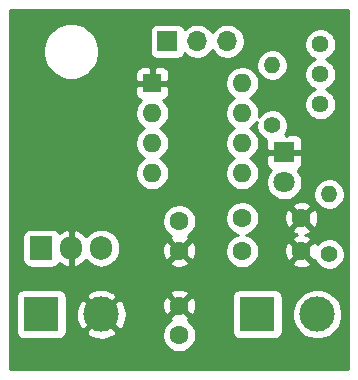
<source format=gbr>
%TF.GenerationSoftware,KiCad,Pcbnew,(5.1.7)-1*%
%TF.CreationDate,2021-03-06T16:41:31+01:00*%
%TF.ProjectId,VarFreq_TH,56617246-7265-4715-9f54-482e6b696361,rev?*%
%TF.SameCoordinates,Original*%
%TF.FileFunction,Copper,L2,Bot*%
%TF.FilePolarity,Positive*%
%FSLAX46Y46*%
G04 Gerber Fmt 4.6, Leading zero omitted, Abs format (unit mm)*
G04 Created by KiCad (PCBNEW (5.1.7)-1) date 2021-03-06 16:41:31*
%MOMM*%
%LPD*%
G01*
G04 APERTURE LIST*
%TA.AperFunction,ComponentPad*%
%ADD10R,1.905000X2.000000*%
%TD*%
%TA.AperFunction,ComponentPad*%
%ADD11O,1.905000X2.000000*%
%TD*%
%TA.AperFunction,ComponentPad*%
%ADD12C,1.600000*%
%TD*%
%TA.AperFunction,ComponentPad*%
%ADD13R,1.800000X1.800000*%
%TD*%
%TA.AperFunction,ComponentPad*%
%ADD14C,1.800000*%
%TD*%
%TA.AperFunction,ComponentPad*%
%ADD15C,3.000000*%
%TD*%
%TA.AperFunction,ComponentPad*%
%ADD16R,3.000000X3.000000*%
%TD*%
%TA.AperFunction,ComponentPad*%
%ADD17R,1.700000X1.700000*%
%TD*%
%TA.AperFunction,ComponentPad*%
%ADD18O,1.700000X1.700000*%
%TD*%
%TA.AperFunction,ComponentPad*%
%ADD19O,1.400000X1.400000*%
%TD*%
%TA.AperFunction,ComponentPad*%
%ADD20C,1.400000*%
%TD*%
%TA.AperFunction,ComponentPad*%
%ADD21C,1.440000*%
%TD*%
%TA.AperFunction,ComponentPad*%
%ADD22R,1.600000X1.600000*%
%TD*%
%TA.AperFunction,ComponentPad*%
%ADD23O,1.600000X1.600000*%
%TD*%
%TA.AperFunction,Conductor*%
%ADD24C,0.254000*%
%TD*%
%TA.AperFunction,Conductor*%
%ADD25C,0.100000*%
%TD*%
G04 APERTURE END LIST*
D10*
%TO.P,U1,1*%
%TO.N,VCC*%
X30480000Y-49276000D03*
D11*
%TO.P,U1,2*%
%TO.N,GND*%
X33020000Y-49276000D03*
%TO.P,U1,3*%
%TO.N,+5V*%
X35560000Y-49276000D03*
%TD*%
D12*
%TO.P,C1,1*%
%TO.N,VCC*%
X42164000Y-56642000D03*
%TO.P,C1,2*%
%TO.N,GND*%
X42164000Y-54142000D03*
%TD*%
%TO.P,C2,2*%
%TO.N,GND*%
X42164000Y-49490000D03*
%TO.P,C2,1*%
%TO.N,+5V*%
X42164000Y-46990000D03*
%TD*%
%TO.P,C3,2*%
%TO.N,GND*%
X52498000Y-46736000D03*
%TO.P,C3,1*%
%TO.N,Net-(C3-Pad1)*%
X47498000Y-46736000D03*
%TD*%
%TO.P,C4,1*%
%TO.N,Net-(C4-Pad1)*%
X47498000Y-49530000D03*
%TO.P,C4,2*%
%TO.N,GND*%
X52498000Y-49530000D03*
%TD*%
D13*
%TO.P,D1,1*%
%TO.N,GND*%
X51054000Y-41148000D03*
D14*
%TO.P,D1,2*%
%TO.N,Net-(D1-Pad2)*%
X51054000Y-43688000D03*
%TD*%
D15*
%TO.P,J1,2*%
%TO.N,GND*%
X35560000Y-54864000D03*
D16*
%TO.P,J1,1*%
%TO.N,VCC*%
X30480000Y-54864000D03*
%TD*%
%TO.P,J2,1*%
%TO.N,+5V*%
X48768000Y-54864000D03*
D15*
%TO.P,J2,2*%
%TO.N,Net-(J2-Pad2)*%
X53848000Y-54864000D03*
%TD*%
D17*
%TO.P,J3,1*%
%TO.N,+5V*%
X41148000Y-31750000D03*
D18*
%TO.P,J3,2*%
%TO.N,Net-(J3-Pad2)*%
X43688000Y-31750000D03*
%TO.P,J3,3*%
%TO.N,VCC*%
X46228000Y-31750000D03*
%TD*%
D19*
%TO.P,R1,2*%
%TO.N,Net-(D1-Pad2)*%
X54864000Y-44704000D03*
D20*
%TO.P,R1,1*%
%TO.N,+5V*%
X54864000Y-49784000D03*
%TD*%
%TO.P,R2,1*%
%TO.N,Net-(C4-Pad1)*%
X50038000Y-38862000D03*
D19*
%TO.P,R2,2*%
%TO.N,Net-(R2-Pad2)*%
X50038000Y-33782000D03*
%TD*%
D21*
%TO.P,RV1,1*%
%TO.N,Net-(RV1-Pad1)*%
X54102000Y-37084000D03*
%TO.P,RV1,2*%
%TO.N,Net-(J2-Pad2)*%
X54102000Y-34544000D03*
%TO.P,RV1,3*%
%TO.N,Net-(R2-Pad2)*%
X54102000Y-32004000D03*
%TD*%
D22*
%TO.P,U2,1*%
%TO.N,GND*%
X39878000Y-35306000D03*
D23*
%TO.P,U2,5*%
%TO.N,Net-(C3-Pad1)*%
X47498000Y-42926000D03*
%TO.P,U2,2*%
%TO.N,Net-(C4-Pad1)*%
X39878000Y-37846000D03*
%TO.P,U2,6*%
X47498000Y-40386000D03*
%TO.P,U2,3*%
%TO.N,Net-(J2-Pad2)*%
X39878000Y-40386000D03*
%TO.P,U2,7*%
%TO.N,Net-(U2-Pad7)*%
X47498000Y-37846000D03*
%TO.P,U2,4*%
%TO.N,+5V*%
X39878000Y-42926000D03*
%TO.P,U2,8*%
%TO.N,Net-(J3-Pad2)*%
X47498000Y-35306000D03*
%TD*%
D24*
%TO.N,GND*%
X56490001Y-59538000D02*
X27838000Y-59538000D01*
X27838000Y-53364000D01*
X28341928Y-53364000D01*
X28341928Y-56364000D01*
X28354188Y-56488482D01*
X28390498Y-56608180D01*
X28449463Y-56718494D01*
X28528815Y-56815185D01*
X28625506Y-56894537D01*
X28735820Y-56953502D01*
X28855518Y-56989812D01*
X28980000Y-57002072D01*
X31980000Y-57002072D01*
X32104482Y-56989812D01*
X32224180Y-56953502D01*
X32334494Y-56894537D01*
X32431185Y-56815185D01*
X32510537Y-56718494D01*
X32569502Y-56608180D01*
X32605812Y-56488482D01*
X32618072Y-56364000D01*
X32618072Y-56355653D01*
X34247952Y-56355653D01*
X34403962Y-56671214D01*
X34778745Y-56862020D01*
X35183551Y-56976044D01*
X35602824Y-57008902D01*
X36020451Y-56959334D01*
X36420383Y-56829243D01*
X36716038Y-56671214D01*
X36800355Y-56500665D01*
X40729000Y-56500665D01*
X40729000Y-56783335D01*
X40784147Y-57060574D01*
X40892320Y-57321727D01*
X41049363Y-57556759D01*
X41249241Y-57756637D01*
X41484273Y-57913680D01*
X41745426Y-58021853D01*
X42022665Y-58077000D01*
X42305335Y-58077000D01*
X42582574Y-58021853D01*
X42843727Y-57913680D01*
X43078759Y-57756637D01*
X43278637Y-57556759D01*
X43435680Y-57321727D01*
X43543853Y-57060574D01*
X43599000Y-56783335D01*
X43599000Y-56500665D01*
X43543853Y-56223426D01*
X43435680Y-55962273D01*
X43278637Y-55727241D01*
X43078759Y-55527363D01*
X42878131Y-55393308D01*
X42905514Y-55378671D01*
X42977097Y-55134702D01*
X42164000Y-54321605D01*
X41350903Y-55134702D01*
X41422486Y-55378671D01*
X41451341Y-55392324D01*
X41249241Y-55527363D01*
X41049363Y-55727241D01*
X40892320Y-55962273D01*
X40784147Y-56223426D01*
X40729000Y-56500665D01*
X36800355Y-56500665D01*
X36872048Y-56355653D01*
X35560000Y-55043605D01*
X34247952Y-56355653D01*
X32618072Y-56355653D01*
X32618072Y-54906824D01*
X33415098Y-54906824D01*
X33464666Y-55324451D01*
X33594757Y-55724383D01*
X33752786Y-56020038D01*
X34068347Y-56176048D01*
X35380395Y-54864000D01*
X35739605Y-54864000D01*
X37051653Y-56176048D01*
X37367214Y-56020038D01*
X37558020Y-55645255D01*
X37672044Y-55240449D01*
X37704902Y-54821176D01*
X37655334Y-54403549D01*
X37593193Y-54212512D01*
X40723783Y-54212512D01*
X40765213Y-54492130D01*
X40860397Y-54758292D01*
X40927329Y-54883514D01*
X41171298Y-54955097D01*
X41984395Y-54142000D01*
X42343605Y-54142000D01*
X43156702Y-54955097D01*
X43400671Y-54883514D01*
X43521571Y-54628004D01*
X43590300Y-54353816D01*
X43604217Y-54071488D01*
X43562787Y-53791870D01*
X43467603Y-53525708D01*
X43400671Y-53400486D01*
X43276320Y-53364000D01*
X46629928Y-53364000D01*
X46629928Y-56364000D01*
X46642188Y-56488482D01*
X46678498Y-56608180D01*
X46737463Y-56718494D01*
X46816815Y-56815185D01*
X46913506Y-56894537D01*
X47023820Y-56953502D01*
X47143518Y-56989812D01*
X47268000Y-57002072D01*
X50268000Y-57002072D01*
X50392482Y-56989812D01*
X50512180Y-56953502D01*
X50622494Y-56894537D01*
X50719185Y-56815185D01*
X50798537Y-56718494D01*
X50857502Y-56608180D01*
X50893812Y-56488482D01*
X50906072Y-56364000D01*
X50906072Y-54653721D01*
X51713000Y-54653721D01*
X51713000Y-55074279D01*
X51795047Y-55486756D01*
X51955988Y-55875302D01*
X52189637Y-56224983D01*
X52487017Y-56522363D01*
X52836698Y-56756012D01*
X53225244Y-56916953D01*
X53637721Y-56999000D01*
X54058279Y-56999000D01*
X54470756Y-56916953D01*
X54859302Y-56756012D01*
X55208983Y-56522363D01*
X55506363Y-56224983D01*
X55740012Y-55875302D01*
X55900953Y-55486756D01*
X55983000Y-55074279D01*
X55983000Y-54653721D01*
X55900953Y-54241244D01*
X55740012Y-53852698D01*
X55506363Y-53503017D01*
X55208983Y-53205637D01*
X54859302Y-52971988D01*
X54470756Y-52811047D01*
X54058279Y-52729000D01*
X53637721Y-52729000D01*
X53225244Y-52811047D01*
X52836698Y-52971988D01*
X52487017Y-53205637D01*
X52189637Y-53503017D01*
X51955988Y-53852698D01*
X51795047Y-54241244D01*
X51713000Y-54653721D01*
X50906072Y-54653721D01*
X50906072Y-53364000D01*
X50893812Y-53239518D01*
X50857502Y-53119820D01*
X50798537Y-53009506D01*
X50719185Y-52912815D01*
X50622494Y-52833463D01*
X50512180Y-52774498D01*
X50392482Y-52738188D01*
X50268000Y-52725928D01*
X47268000Y-52725928D01*
X47143518Y-52738188D01*
X47023820Y-52774498D01*
X46913506Y-52833463D01*
X46816815Y-52912815D01*
X46737463Y-53009506D01*
X46678498Y-53119820D01*
X46642188Y-53239518D01*
X46629928Y-53364000D01*
X43276320Y-53364000D01*
X43156702Y-53328903D01*
X42343605Y-54142000D01*
X41984395Y-54142000D01*
X41171298Y-53328903D01*
X40927329Y-53400486D01*
X40806429Y-53655996D01*
X40737700Y-53930184D01*
X40723783Y-54212512D01*
X37593193Y-54212512D01*
X37525243Y-54003617D01*
X37367214Y-53707962D01*
X37051653Y-53551952D01*
X35739605Y-54864000D01*
X35380395Y-54864000D01*
X34068347Y-53551952D01*
X33752786Y-53707962D01*
X33561980Y-54082745D01*
X33447956Y-54487551D01*
X33415098Y-54906824D01*
X32618072Y-54906824D01*
X32618072Y-53372347D01*
X34247952Y-53372347D01*
X35560000Y-54684395D01*
X36872048Y-53372347D01*
X36761775Y-53149298D01*
X41350903Y-53149298D01*
X42164000Y-53962395D01*
X42977097Y-53149298D01*
X42905514Y-52905329D01*
X42650004Y-52784429D01*
X42375816Y-52715700D01*
X42093488Y-52701783D01*
X41813870Y-52743213D01*
X41547708Y-52838397D01*
X41422486Y-52905329D01*
X41350903Y-53149298D01*
X36761775Y-53149298D01*
X36716038Y-53056786D01*
X36341255Y-52865980D01*
X35936449Y-52751956D01*
X35517176Y-52719098D01*
X35099549Y-52768666D01*
X34699617Y-52898757D01*
X34403962Y-53056786D01*
X34247952Y-53372347D01*
X32618072Y-53372347D01*
X32618072Y-53364000D01*
X32605812Y-53239518D01*
X32569502Y-53119820D01*
X32510537Y-53009506D01*
X32431185Y-52912815D01*
X32334494Y-52833463D01*
X32224180Y-52774498D01*
X32104482Y-52738188D01*
X31980000Y-52725928D01*
X28980000Y-52725928D01*
X28855518Y-52738188D01*
X28735820Y-52774498D01*
X28625506Y-52833463D01*
X28528815Y-52912815D01*
X28449463Y-53009506D01*
X28390498Y-53119820D01*
X28354188Y-53239518D01*
X28341928Y-53364000D01*
X27838000Y-53364000D01*
X27838000Y-48276000D01*
X28889428Y-48276000D01*
X28889428Y-50276000D01*
X28901688Y-50400482D01*
X28937998Y-50520180D01*
X28996963Y-50630494D01*
X29076315Y-50727185D01*
X29173006Y-50806537D01*
X29283320Y-50865502D01*
X29403018Y-50901812D01*
X29527500Y-50914072D01*
X31432500Y-50914072D01*
X31556982Y-50901812D01*
X31676680Y-50865502D01*
X31786994Y-50806537D01*
X31883685Y-50727185D01*
X31963037Y-50630494D01*
X32012059Y-50538781D01*
X32153077Y-50651969D01*
X32428906Y-50795571D01*
X32647020Y-50866563D01*
X32893000Y-50746594D01*
X32893000Y-49403000D01*
X32873000Y-49403000D01*
X32873000Y-49149000D01*
X32893000Y-49149000D01*
X32893000Y-47805406D01*
X33147000Y-47805406D01*
X33147000Y-49149000D01*
X33167000Y-49149000D01*
X33167000Y-49403000D01*
X33147000Y-49403000D01*
X33147000Y-50746594D01*
X33392980Y-50866563D01*
X33611094Y-50795571D01*
X33886923Y-50651969D01*
X34129437Y-50457315D01*
X34284837Y-50272101D01*
X34432037Y-50451463D01*
X34673766Y-50649845D01*
X34949552Y-50797255D01*
X35248797Y-50888030D01*
X35560000Y-50918681D01*
X35871204Y-50888030D01*
X36170449Y-50797255D01*
X36446235Y-50649845D01*
X36649898Y-50482702D01*
X41350903Y-50482702D01*
X41422486Y-50726671D01*
X41677996Y-50847571D01*
X41952184Y-50916300D01*
X42234512Y-50930217D01*
X42514130Y-50888787D01*
X42780292Y-50793603D01*
X42905514Y-50726671D01*
X42977097Y-50482702D01*
X42164000Y-49669605D01*
X41350903Y-50482702D01*
X36649898Y-50482702D01*
X36687963Y-50451463D01*
X36886345Y-50209734D01*
X37033755Y-49933948D01*
X37124530Y-49634703D01*
X37131837Y-49560512D01*
X40723783Y-49560512D01*
X40765213Y-49840130D01*
X40860397Y-50106292D01*
X40927329Y-50231514D01*
X41171298Y-50303097D01*
X41984395Y-49490000D01*
X42343605Y-49490000D01*
X43156702Y-50303097D01*
X43400671Y-50231514D01*
X43521571Y-49976004D01*
X43590300Y-49701816D01*
X43604217Y-49419488D01*
X43562787Y-49139870D01*
X43467603Y-48873708D01*
X43400671Y-48748486D01*
X43156702Y-48676903D01*
X42343605Y-49490000D01*
X41984395Y-49490000D01*
X41171298Y-48676903D01*
X40927329Y-48748486D01*
X40806429Y-49003996D01*
X40737700Y-49278184D01*
X40723783Y-49560512D01*
X37131837Y-49560512D01*
X37147500Y-49401485D01*
X37147500Y-49150514D01*
X37124530Y-48917296D01*
X37033755Y-48618051D01*
X36886345Y-48342265D01*
X36687963Y-48100537D01*
X36446234Y-47902155D01*
X36170448Y-47754745D01*
X35871203Y-47663970D01*
X35560000Y-47633319D01*
X35248796Y-47663970D01*
X34949551Y-47754745D01*
X34673765Y-47902155D01*
X34432037Y-48100537D01*
X34284838Y-48279900D01*
X34129437Y-48094685D01*
X33886923Y-47900031D01*
X33611094Y-47756429D01*
X33392980Y-47685437D01*
X33147000Y-47805406D01*
X32893000Y-47805406D01*
X32647020Y-47685437D01*
X32428906Y-47756429D01*
X32153077Y-47900031D01*
X32012059Y-48013219D01*
X31963037Y-47921506D01*
X31883685Y-47824815D01*
X31786994Y-47745463D01*
X31676680Y-47686498D01*
X31556982Y-47650188D01*
X31432500Y-47637928D01*
X29527500Y-47637928D01*
X29403018Y-47650188D01*
X29283320Y-47686498D01*
X29173006Y-47745463D01*
X29076315Y-47824815D01*
X28996963Y-47921506D01*
X28937998Y-48031820D01*
X28901688Y-48151518D01*
X28889428Y-48276000D01*
X27838000Y-48276000D01*
X27838000Y-46848665D01*
X40729000Y-46848665D01*
X40729000Y-47131335D01*
X40784147Y-47408574D01*
X40892320Y-47669727D01*
X41049363Y-47904759D01*
X41249241Y-48104637D01*
X41449869Y-48238692D01*
X41422486Y-48253329D01*
X41350903Y-48497298D01*
X42164000Y-49310395D01*
X42977097Y-48497298D01*
X42905514Y-48253329D01*
X42876659Y-48239676D01*
X43078759Y-48104637D01*
X43278637Y-47904759D01*
X43435680Y-47669727D01*
X43543853Y-47408574D01*
X43599000Y-47131335D01*
X43599000Y-46848665D01*
X43548476Y-46594665D01*
X46063000Y-46594665D01*
X46063000Y-46877335D01*
X46118147Y-47154574D01*
X46226320Y-47415727D01*
X46383363Y-47650759D01*
X46583241Y-47850637D01*
X46818273Y-48007680D01*
X47079426Y-48115853D01*
X47165629Y-48133000D01*
X47079426Y-48150147D01*
X46818273Y-48258320D01*
X46583241Y-48415363D01*
X46383363Y-48615241D01*
X46226320Y-48850273D01*
X46118147Y-49111426D01*
X46063000Y-49388665D01*
X46063000Y-49671335D01*
X46118147Y-49948574D01*
X46226320Y-50209727D01*
X46383363Y-50444759D01*
X46583241Y-50644637D01*
X46818273Y-50801680D01*
X47079426Y-50909853D01*
X47356665Y-50965000D01*
X47639335Y-50965000D01*
X47916574Y-50909853D01*
X48177727Y-50801680D01*
X48412759Y-50644637D01*
X48534694Y-50522702D01*
X51684903Y-50522702D01*
X51756486Y-50766671D01*
X52011996Y-50887571D01*
X52286184Y-50956300D01*
X52568512Y-50970217D01*
X52848130Y-50928787D01*
X53114292Y-50833603D01*
X53239514Y-50766671D01*
X53311097Y-50522702D01*
X52498000Y-49709605D01*
X51684903Y-50522702D01*
X48534694Y-50522702D01*
X48612637Y-50444759D01*
X48769680Y-50209727D01*
X48877853Y-49948574D01*
X48933000Y-49671335D01*
X48933000Y-49600512D01*
X51057783Y-49600512D01*
X51099213Y-49880130D01*
X51194397Y-50146292D01*
X51261329Y-50271514D01*
X51505298Y-50343097D01*
X52318395Y-49530000D01*
X52677605Y-49530000D01*
X53490702Y-50343097D01*
X53633266Y-50301267D01*
X53680939Y-50416359D01*
X53827038Y-50635013D01*
X54012987Y-50820962D01*
X54231641Y-50967061D01*
X54474595Y-51067696D01*
X54732514Y-51119000D01*
X54995486Y-51119000D01*
X55253405Y-51067696D01*
X55496359Y-50967061D01*
X55715013Y-50820962D01*
X55900962Y-50635013D01*
X56047061Y-50416359D01*
X56147696Y-50173405D01*
X56199000Y-49915486D01*
X56199000Y-49652514D01*
X56147696Y-49394595D01*
X56047061Y-49151641D01*
X55900962Y-48932987D01*
X55715013Y-48747038D01*
X55496359Y-48600939D01*
X55253405Y-48500304D01*
X54995486Y-48449000D01*
X54732514Y-48449000D01*
X54474595Y-48500304D01*
X54231641Y-48600939D01*
X54012987Y-48747038D01*
X53827038Y-48932987D01*
X53814961Y-48951061D01*
X53801603Y-48913708D01*
X53734671Y-48788486D01*
X53490702Y-48716903D01*
X52677605Y-49530000D01*
X52318395Y-49530000D01*
X51505298Y-48716903D01*
X51261329Y-48788486D01*
X51140429Y-49043996D01*
X51071700Y-49318184D01*
X51057783Y-49600512D01*
X48933000Y-49600512D01*
X48933000Y-49388665D01*
X48877853Y-49111426D01*
X48769680Y-48850273D01*
X48612637Y-48615241D01*
X48412759Y-48415363D01*
X48177727Y-48258320D01*
X47916574Y-48150147D01*
X47830371Y-48133000D01*
X47916574Y-48115853D01*
X48177727Y-48007680D01*
X48412759Y-47850637D01*
X48534694Y-47728702D01*
X51684903Y-47728702D01*
X51756486Y-47972671D01*
X52011996Y-48093571D01*
X52156855Y-48129882D01*
X52147870Y-48131213D01*
X51881708Y-48226397D01*
X51756486Y-48293329D01*
X51684903Y-48537298D01*
X52498000Y-49350395D01*
X53311097Y-48537298D01*
X53239514Y-48293329D01*
X52984004Y-48172429D01*
X52839145Y-48136118D01*
X52848130Y-48134787D01*
X53114292Y-48039603D01*
X53239514Y-47972671D01*
X53311097Y-47728702D01*
X52498000Y-46915605D01*
X51684903Y-47728702D01*
X48534694Y-47728702D01*
X48612637Y-47650759D01*
X48769680Y-47415727D01*
X48877853Y-47154574D01*
X48933000Y-46877335D01*
X48933000Y-46806512D01*
X51057783Y-46806512D01*
X51099213Y-47086130D01*
X51194397Y-47352292D01*
X51261329Y-47477514D01*
X51505298Y-47549097D01*
X52318395Y-46736000D01*
X52677605Y-46736000D01*
X53490702Y-47549097D01*
X53734671Y-47477514D01*
X53855571Y-47222004D01*
X53924300Y-46947816D01*
X53938217Y-46665488D01*
X53896787Y-46385870D01*
X53801603Y-46119708D01*
X53734671Y-45994486D01*
X53490702Y-45922903D01*
X52677605Y-46736000D01*
X52318395Y-46736000D01*
X51505298Y-45922903D01*
X51261329Y-45994486D01*
X51140429Y-46249996D01*
X51071700Y-46524184D01*
X51057783Y-46806512D01*
X48933000Y-46806512D01*
X48933000Y-46594665D01*
X48877853Y-46317426D01*
X48769680Y-46056273D01*
X48612637Y-45821241D01*
X48534694Y-45743298D01*
X51684903Y-45743298D01*
X52498000Y-46556395D01*
X53311097Y-45743298D01*
X53239514Y-45499329D01*
X52984004Y-45378429D01*
X52709816Y-45309700D01*
X52427488Y-45295783D01*
X52147870Y-45337213D01*
X51881708Y-45432397D01*
X51756486Y-45499329D01*
X51684903Y-45743298D01*
X48534694Y-45743298D01*
X48412759Y-45621363D01*
X48177727Y-45464320D01*
X47916574Y-45356147D01*
X47639335Y-45301000D01*
X47356665Y-45301000D01*
X47079426Y-45356147D01*
X46818273Y-45464320D01*
X46583241Y-45621363D01*
X46383363Y-45821241D01*
X46226320Y-46056273D01*
X46118147Y-46317426D01*
X46063000Y-46594665D01*
X43548476Y-46594665D01*
X43543853Y-46571426D01*
X43435680Y-46310273D01*
X43278637Y-46075241D01*
X43078759Y-45875363D01*
X42843727Y-45718320D01*
X42582574Y-45610147D01*
X42305335Y-45555000D01*
X42022665Y-45555000D01*
X41745426Y-45610147D01*
X41484273Y-45718320D01*
X41249241Y-45875363D01*
X41049363Y-46075241D01*
X40892320Y-46310273D01*
X40784147Y-46571426D01*
X40729000Y-46848665D01*
X27838000Y-46848665D01*
X27838000Y-36106000D01*
X38439928Y-36106000D01*
X38452188Y-36230482D01*
X38488498Y-36350180D01*
X38547463Y-36460494D01*
X38626815Y-36557185D01*
X38723506Y-36636537D01*
X38833820Y-36695502D01*
X38953518Y-36731812D01*
X38961961Y-36732643D01*
X38763363Y-36931241D01*
X38606320Y-37166273D01*
X38498147Y-37427426D01*
X38443000Y-37704665D01*
X38443000Y-37987335D01*
X38498147Y-38264574D01*
X38606320Y-38525727D01*
X38763363Y-38760759D01*
X38963241Y-38960637D01*
X39195759Y-39116000D01*
X38963241Y-39271363D01*
X38763363Y-39471241D01*
X38606320Y-39706273D01*
X38498147Y-39967426D01*
X38443000Y-40244665D01*
X38443000Y-40527335D01*
X38498147Y-40804574D01*
X38606320Y-41065727D01*
X38763363Y-41300759D01*
X38963241Y-41500637D01*
X39195759Y-41656000D01*
X38963241Y-41811363D01*
X38763363Y-42011241D01*
X38606320Y-42246273D01*
X38498147Y-42507426D01*
X38443000Y-42784665D01*
X38443000Y-43067335D01*
X38498147Y-43344574D01*
X38606320Y-43605727D01*
X38763363Y-43840759D01*
X38963241Y-44040637D01*
X39198273Y-44197680D01*
X39459426Y-44305853D01*
X39736665Y-44361000D01*
X40019335Y-44361000D01*
X40296574Y-44305853D01*
X40557727Y-44197680D01*
X40792759Y-44040637D01*
X40992637Y-43840759D01*
X41149680Y-43605727D01*
X41257853Y-43344574D01*
X41313000Y-43067335D01*
X41313000Y-42784665D01*
X41257853Y-42507426D01*
X41149680Y-42246273D01*
X40992637Y-42011241D01*
X40792759Y-41811363D01*
X40560241Y-41656000D01*
X40792759Y-41500637D01*
X40992637Y-41300759D01*
X41149680Y-41065727D01*
X41257853Y-40804574D01*
X41313000Y-40527335D01*
X41313000Y-40244665D01*
X41257853Y-39967426D01*
X41149680Y-39706273D01*
X40992637Y-39471241D01*
X40792759Y-39271363D01*
X40560241Y-39116000D01*
X40792759Y-38960637D01*
X40992637Y-38760759D01*
X41149680Y-38525727D01*
X41257853Y-38264574D01*
X41313000Y-37987335D01*
X41313000Y-37704665D01*
X41257853Y-37427426D01*
X41149680Y-37166273D01*
X40992637Y-36931241D01*
X40794039Y-36732643D01*
X40802482Y-36731812D01*
X40922180Y-36695502D01*
X41032494Y-36636537D01*
X41129185Y-36557185D01*
X41208537Y-36460494D01*
X41267502Y-36350180D01*
X41303812Y-36230482D01*
X41316072Y-36106000D01*
X41313000Y-35591750D01*
X41154250Y-35433000D01*
X40005000Y-35433000D01*
X40005000Y-35453000D01*
X39751000Y-35453000D01*
X39751000Y-35433000D01*
X38601750Y-35433000D01*
X38443000Y-35591750D01*
X38439928Y-36106000D01*
X27838000Y-36106000D01*
X27838000Y-32381098D01*
X30635000Y-32381098D01*
X30635000Y-32850902D01*
X30726654Y-33311679D01*
X30906440Y-33745721D01*
X31167450Y-34136349D01*
X31499651Y-34468550D01*
X31890279Y-34729560D01*
X32324321Y-34909346D01*
X32785098Y-35001000D01*
X33254902Y-35001000D01*
X33715679Y-34909346D01*
X34149721Y-34729560D01*
X34484301Y-34506000D01*
X38439928Y-34506000D01*
X38443000Y-35020250D01*
X38601750Y-35179000D01*
X39751000Y-35179000D01*
X39751000Y-34029750D01*
X40005000Y-34029750D01*
X40005000Y-35179000D01*
X41154250Y-35179000D01*
X41168585Y-35164665D01*
X46063000Y-35164665D01*
X46063000Y-35447335D01*
X46118147Y-35724574D01*
X46226320Y-35985727D01*
X46383363Y-36220759D01*
X46583241Y-36420637D01*
X46815759Y-36576000D01*
X46583241Y-36731363D01*
X46383363Y-36931241D01*
X46226320Y-37166273D01*
X46118147Y-37427426D01*
X46063000Y-37704665D01*
X46063000Y-37987335D01*
X46118147Y-38264574D01*
X46226320Y-38525727D01*
X46383363Y-38760759D01*
X46583241Y-38960637D01*
X46815759Y-39116000D01*
X46583241Y-39271363D01*
X46383363Y-39471241D01*
X46226320Y-39706273D01*
X46118147Y-39967426D01*
X46063000Y-40244665D01*
X46063000Y-40527335D01*
X46118147Y-40804574D01*
X46226320Y-41065727D01*
X46383363Y-41300759D01*
X46583241Y-41500637D01*
X46815759Y-41656000D01*
X46583241Y-41811363D01*
X46383363Y-42011241D01*
X46226320Y-42246273D01*
X46118147Y-42507426D01*
X46063000Y-42784665D01*
X46063000Y-43067335D01*
X46118147Y-43344574D01*
X46226320Y-43605727D01*
X46383363Y-43840759D01*
X46583241Y-44040637D01*
X46818273Y-44197680D01*
X47079426Y-44305853D01*
X47356665Y-44361000D01*
X47639335Y-44361000D01*
X47916574Y-44305853D01*
X48177727Y-44197680D01*
X48412759Y-44040637D01*
X48612637Y-43840759D01*
X48769680Y-43605727D01*
X48877853Y-43344574D01*
X48933000Y-43067335D01*
X48933000Y-42784665D01*
X48877853Y-42507426D01*
X48769680Y-42246273D01*
X48637199Y-42048000D01*
X49515928Y-42048000D01*
X49528188Y-42172482D01*
X49564498Y-42292180D01*
X49623463Y-42402494D01*
X49702815Y-42499185D01*
X49799506Y-42578537D01*
X49909820Y-42637502D01*
X49928127Y-42643056D01*
X49861688Y-42709495D01*
X49693701Y-42960905D01*
X49577989Y-43240257D01*
X49519000Y-43536816D01*
X49519000Y-43839184D01*
X49577989Y-44135743D01*
X49693701Y-44415095D01*
X49861688Y-44666505D01*
X50075495Y-44880312D01*
X50326905Y-45048299D01*
X50606257Y-45164011D01*
X50902816Y-45223000D01*
X51205184Y-45223000D01*
X51501743Y-45164011D01*
X51781095Y-45048299D01*
X52032505Y-44880312D01*
X52246312Y-44666505D01*
X52309114Y-44572514D01*
X53529000Y-44572514D01*
X53529000Y-44835486D01*
X53580304Y-45093405D01*
X53680939Y-45336359D01*
X53827038Y-45555013D01*
X54012987Y-45740962D01*
X54231641Y-45887061D01*
X54474595Y-45987696D01*
X54732514Y-46039000D01*
X54995486Y-46039000D01*
X55253405Y-45987696D01*
X55496359Y-45887061D01*
X55715013Y-45740962D01*
X55900962Y-45555013D01*
X56047061Y-45336359D01*
X56147696Y-45093405D01*
X56199000Y-44835486D01*
X56199000Y-44572514D01*
X56147696Y-44314595D01*
X56047061Y-44071641D01*
X55900962Y-43852987D01*
X55715013Y-43667038D01*
X55496359Y-43520939D01*
X55253405Y-43420304D01*
X54995486Y-43369000D01*
X54732514Y-43369000D01*
X54474595Y-43420304D01*
X54231641Y-43520939D01*
X54012987Y-43667038D01*
X53827038Y-43852987D01*
X53680939Y-44071641D01*
X53580304Y-44314595D01*
X53529000Y-44572514D01*
X52309114Y-44572514D01*
X52414299Y-44415095D01*
X52530011Y-44135743D01*
X52589000Y-43839184D01*
X52589000Y-43536816D01*
X52530011Y-43240257D01*
X52414299Y-42960905D01*
X52246312Y-42709495D01*
X52179873Y-42643056D01*
X52198180Y-42637502D01*
X52308494Y-42578537D01*
X52405185Y-42499185D01*
X52484537Y-42402494D01*
X52543502Y-42292180D01*
X52579812Y-42172482D01*
X52592072Y-42048000D01*
X52589000Y-41433750D01*
X52430250Y-41275000D01*
X51181000Y-41275000D01*
X51181000Y-41295000D01*
X50927000Y-41295000D01*
X50927000Y-41275000D01*
X49677750Y-41275000D01*
X49519000Y-41433750D01*
X49515928Y-42048000D01*
X48637199Y-42048000D01*
X48612637Y-42011241D01*
X48412759Y-41811363D01*
X48180241Y-41656000D01*
X48412759Y-41500637D01*
X48612637Y-41300759D01*
X48769680Y-41065727D01*
X48877853Y-40804574D01*
X48933000Y-40527335D01*
X48933000Y-40244665D01*
X48877853Y-39967426D01*
X48769680Y-39706273D01*
X48612637Y-39471241D01*
X48412759Y-39271363D01*
X48180241Y-39116000D01*
X48412759Y-38960637D01*
X48612637Y-38760759D01*
X48732738Y-38581015D01*
X48703000Y-38730514D01*
X48703000Y-38993486D01*
X48754304Y-39251405D01*
X48854939Y-39494359D01*
X49001038Y-39713013D01*
X49186987Y-39898962D01*
X49405641Y-40045061D01*
X49535652Y-40098913D01*
X49528188Y-40123518D01*
X49515928Y-40248000D01*
X49519000Y-40862250D01*
X49677750Y-41021000D01*
X50927000Y-41021000D01*
X50927000Y-41001000D01*
X51181000Y-41001000D01*
X51181000Y-41021000D01*
X52430250Y-41021000D01*
X52589000Y-40862250D01*
X52592072Y-40248000D01*
X52579812Y-40123518D01*
X52543502Y-40003820D01*
X52484537Y-39893506D01*
X52405185Y-39796815D01*
X52308494Y-39717463D01*
X52198180Y-39658498D01*
X52078482Y-39622188D01*
X51954000Y-39609928D01*
X51339750Y-39613000D01*
X51181002Y-39771748D01*
X51181002Y-39613000D01*
X51141788Y-39613000D01*
X51221061Y-39494359D01*
X51321696Y-39251405D01*
X51373000Y-38993486D01*
X51373000Y-38730514D01*
X51321696Y-38472595D01*
X51221061Y-38229641D01*
X51074962Y-38010987D01*
X50889013Y-37825038D01*
X50670359Y-37678939D01*
X50427405Y-37578304D01*
X50169486Y-37527000D01*
X49906514Y-37527000D01*
X49648595Y-37578304D01*
X49405641Y-37678939D01*
X49186987Y-37825038D01*
X49001038Y-38010987D01*
X48897460Y-38166003D01*
X48933000Y-37987335D01*
X48933000Y-37704665D01*
X48877853Y-37427426D01*
X48769680Y-37166273D01*
X48612637Y-36931241D01*
X48412759Y-36731363D01*
X48180241Y-36576000D01*
X48412759Y-36420637D01*
X48612637Y-36220759D01*
X48769680Y-35985727D01*
X48877853Y-35724574D01*
X48933000Y-35447335D01*
X48933000Y-35164665D01*
X48877853Y-34887426D01*
X48769680Y-34626273D01*
X48612637Y-34391241D01*
X48412759Y-34191363D01*
X48177727Y-34034320D01*
X47916574Y-33926147D01*
X47639335Y-33871000D01*
X47356665Y-33871000D01*
X47079426Y-33926147D01*
X46818273Y-34034320D01*
X46583241Y-34191363D01*
X46383363Y-34391241D01*
X46226320Y-34626273D01*
X46118147Y-34887426D01*
X46063000Y-35164665D01*
X41168585Y-35164665D01*
X41313000Y-35020250D01*
X41316072Y-34506000D01*
X41303812Y-34381518D01*
X41267502Y-34261820D01*
X41208537Y-34151506D01*
X41129185Y-34054815D01*
X41032494Y-33975463D01*
X40922180Y-33916498D01*
X40802482Y-33880188D01*
X40678000Y-33867928D01*
X40163750Y-33871000D01*
X40005000Y-34029750D01*
X39751000Y-34029750D01*
X39592250Y-33871000D01*
X39078000Y-33867928D01*
X38953518Y-33880188D01*
X38833820Y-33916498D01*
X38723506Y-33975463D01*
X38626815Y-34054815D01*
X38547463Y-34151506D01*
X38488498Y-34261820D01*
X38452188Y-34381518D01*
X38439928Y-34506000D01*
X34484301Y-34506000D01*
X34540349Y-34468550D01*
X34872550Y-34136349D01*
X35133560Y-33745721D01*
X35172996Y-33650514D01*
X48703000Y-33650514D01*
X48703000Y-33913486D01*
X48754304Y-34171405D01*
X48854939Y-34414359D01*
X49001038Y-34633013D01*
X49186987Y-34818962D01*
X49405641Y-34965061D01*
X49648595Y-35065696D01*
X49906514Y-35117000D01*
X50169486Y-35117000D01*
X50427405Y-35065696D01*
X50670359Y-34965061D01*
X50889013Y-34818962D01*
X51074962Y-34633013D01*
X51221061Y-34414359D01*
X51321696Y-34171405D01*
X51373000Y-33913486D01*
X51373000Y-33650514D01*
X51321696Y-33392595D01*
X51221061Y-33149641D01*
X51074962Y-32930987D01*
X50889013Y-32745038D01*
X50670359Y-32598939D01*
X50427405Y-32498304D01*
X50169486Y-32447000D01*
X49906514Y-32447000D01*
X49648595Y-32498304D01*
X49405641Y-32598939D01*
X49186987Y-32745038D01*
X49001038Y-32930987D01*
X48854939Y-33149641D01*
X48754304Y-33392595D01*
X48703000Y-33650514D01*
X35172996Y-33650514D01*
X35313346Y-33311679D01*
X35405000Y-32850902D01*
X35405000Y-32381098D01*
X35313346Y-31920321D01*
X35133560Y-31486279D01*
X34872550Y-31095651D01*
X34676899Y-30900000D01*
X39659928Y-30900000D01*
X39659928Y-32600000D01*
X39672188Y-32724482D01*
X39708498Y-32844180D01*
X39767463Y-32954494D01*
X39846815Y-33051185D01*
X39943506Y-33130537D01*
X40053820Y-33189502D01*
X40173518Y-33225812D01*
X40298000Y-33238072D01*
X41998000Y-33238072D01*
X42122482Y-33225812D01*
X42242180Y-33189502D01*
X42352494Y-33130537D01*
X42449185Y-33051185D01*
X42528537Y-32954494D01*
X42587502Y-32844180D01*
X42609513Y-32771620D01*
X42741368Y-32903475D01*
X42984589Y-33065990D01*
X43254842Y-33177932D01*
X43541740Y-33235000D01*
X43834260Y-33235000D01*
X44121158Y-33177932D01*
X44391411Y-33065990D01*
X44634632Y-32903475D01*
X44841475Y-32696632D01*
X44958000Y-32522240D01*
X45074525Y-32696632D01*
X45281368Y-32903475D01*
X45524589Y-33065990D01*
X45794842Y-33177932D01*
X46081740Y-33235000D01*
X46374260Y-33235000D01*
X46661158Y-33177932D01*
X46931411Y-33065990D01*
X47174632Y-32903475D01*
X47381475Y-32696632D01*
X47543990Y-32453411D01*
X47655932Y-32183158D01*
X47713000Y-31896260D01*
X47713000Y-31870544D01*
X52747000Y-31870544D01*
X52747000Y-32137456D01*
X52799072Y-32399239D01*
X52901215Y-32645833D01*
X53049503Y-32867762D01*
X53238238Y-33056497D01*
X53460167Y-33204785D01*
X53627266Y-33274000D01*
X53460167Y-33343215D01*
X53238238Y-33491503D01*
X53049503Y-33680238D01*
X52901215Y-33902167D01*
X52799072Y-34148761D01*
X52747000Y-34410544D01*
X52747000Y-34677456D01*
X52799072Y-34939239D01*
X52901215Y-35185833D01*
X53049503Y-35407762D01*
X53238238Y-35596497D01*
X53460167Y-35744785D01*
X53627266Y-35814000D01*
X53460167Y-35883215D01*
X53238238Y-36031503D01*
X53049503Y-36220238D01*
X52901215Y-36442167D01*
X52799072Y-36688761D01*
X52747000Y-36950544D01*
X52747000Y-37217456D01*
X52799072Y-37479239D01*
X52901215Y-37725833D01*
X53049503Y-37947762D01*
X53238238Y-38136497D01*
X53460167Y-38284785D01*
X53706761Y-38386928D01*
X53968544Y-38439000D01*
X54235456Y-38439000D01*
X54497239Y-38386928D01*
X54743833Y-38284785D01*
X54965762Y-38136497D01*
X55154497Y-37947762D01*
X55302785Y-37725833D01*
X55404928Y-37479239D01*
X55457000Y-37217456D01*
X55457000Y-36950544D01*
X55404928Y-36688761D01*
X55302785Y-36442167D01*
X55154497Y-36220238D01*
X54965762Y-36031503D01*
X54743833Y-35883215D01*
X54576734Y-35814000D01*
X54743833Y-35744785D01*
X54965762Y-35596497D01*
X55154497Y-35407762D01*
X55302785Y-35185833D01*
X55404928Y-34939239D01*
X55457000Y-34677456D01*
X55457000Y-34410544D01*
X55404928Y-34148761D01*
X55302785Y-33902167D01*
X55154497Y-33680238D01*
X54965762Y-33491503D01*
X54743833Y-33343215D01*
X54576734Y-33274000D01*
X54743833Y-33204785D01*
X54965762Y-33056497D01*
X55154497Y-32867762D01*
X55302785Y-32645833D01*
X55404928Y-32399239D01*
X55457000Y-32137456D01*
X55457000Y-31870544D01*
X55404928Y-31608761D01*
X55302785Y-31362167D01*
X55154497Y-31140238D01*
X54965762Y-30951503D01*
X54743833Y-30803215D01*
X54497239Y-30701072D01*
X54235456Y-30649000D01*
X53968544Y-30649000D01*
X53706761Y-30701072D01*
X53460167Y-30803215D01*
X53238238Y-30951503D01*
X53049503Y-31140238D01*
X52901215Y-31362167D01*
X52799072Y-31608761D01*
X52747000Y-31870544D01*
X47713000Y-31870544D01*
X47713000Y-31603740D01*
X47655932Y-31316842D01*
X47543990Y-31046589D01*
X47381475Y-30803368D01*
X47174632Y-30596525D01*
X46931411Y-30434010D01*
X46661158Y-30322068D01*
X46374260Y-30265000D01*
X46081740Y-30265000D01*
X45794842Y-30322068D01*
X45524589Y-30434010D01*
X45281368Y-30596525D01*
X45074525Y-30803368D01*
X44958000Y-30977760D01*
X44841475Y-30803368D01*
X44634632Y-30596525D01*
X44391411Y-30434010D01*
X44121158Y-30322068D01*
X43834260Y-30265000D01*
X43541740Y-30265000D01*
X43254842Y-30322068D01*
X42984589Y-30434010D01*
X42741368Y-30596525D01*
X42609513Y-30728380D01*
X42587502Y-30655820D01*
X42528537Y-30545506D01*
X42449185Y-30448815D01*
X42352494Y-30369463D01*
X42242180Y-30310498D01*
X42122482Y-30274188D01*
X41998000Y-30261928D01*
X40298000Y-30261928D01*
X40173518Y-30274188D01*
X40053820Y-30310498D01*
X39943506Y-30369463D01*
X39846815Y-30448815D01*
X39767463Y-30545506D01*
X39708498Y-30655820D01*
X39672188Y-30775518D01*
X39659928Y-30900000D01*
X34676899Y-30900000D01*
X34540349Y-30763450D01*
X34149721Y-30502440D01*
X33715679Y-30322654D01*
X33254902Y-30231000D01*
X32785098Y-30231000D01*
X32324321Y-30322654D01*
X31890279Y-30502440D01*
X31499651Y-30763450D01*
X31167450Y-31095651D01*
X30906440Y-31486279D01*
X30726654Y-31920321D01*
X30635000Y-32381098D01*
X27838000Y-32381098D01*
X27838000Y-29108000D01*
X56490000Y-29108000D01*
X56490001Y-59538000D01*
%TA.AperFunction,Conductor*%
D25*
G36*
X56490001Y-59538000D02*
G01*
X27838000Y-59538000D01*
X27838000Y-53364000D01*
X28341928Y-53364000D01*
X28341928Y-56364000D01*
X28354188Y-56488482D01*
X28390498Y-56608180D01*
X28449463Y-56718494D01*
X28528815Y-56815185D01*
X28625506Y-56894537D01*
X28735820Y-56953502D01*
X28855518Y-56989812D01*
X28980000Y-57002072D01*
X31980000Y-57002072D01*
X32104482Y-56989812D01*
X32224180Y-56953502D01*
X32334494Y-56894537D01*
X32431185Y-56815185D01*
X32510537Y-56718494D01*
X32569502Y-56608180D01*
X32605812Y-56488482D01*
X32618072Y-56364000D01*
X32618072Y-56355653D01*
X34247952Y-56355653D01*
X34403962Y-56671214D01*
X34778745Y-56862020D01*
X35183551Y-56976044D01*
X35602824Y-57008902D01*
X36020451Y-56959334D01*
X36420383Y-56829243D01*
X36716038Y-56671214D01*
X36800355Y-56500665D01*
X40729000Y-56500665D01*
X40729000Y-56783335D01*
X40784147Y-57060574D01*
X40892320Y-57321727D01*
X41049363Y-57556759D01*
X41249241Y-57756637D01*
X41484273Y-57913680D01*
X41745426Y-58021853D01*
X42022665Y-58077000D01*
X42305335Y-58077000D01*
X42582574Y-58021853D01*
X42843727Y-57913680D01*
X43078759Y-57756637D01*
X43278637Y-57556759D01*
X43435680Y-57321727D01*
X43543853Y-57060574D01*
X43599000Y-56783335D01*
X43599000Y-56500665D01*
X43543853Y-56223426D01*
X43435680Y-55962273D01*
X43278637Y-55727241D01*
X43078759Y-55527363D01*
X42878131Y-55393308D01*
X42905514Y-55378671D01*
X42977097Y-55134702D01*
X42164000Y-54321605D01*
X41350903Y-55134702D01*
X41422486Y-55378671D01*
X41451341Y-55392324D01*
X41249241Y-55527363D01*
X41049363Y-55727241D01*
X40892320Y-55962273D01*
X40784147Y-56223426D01*
X40729000Y-56500665D01*
X36800355Y-56500665D01*
X36872048Y-56355653D01*
X35560000Y-55043605D01*
X34247952Y-56355653D01*
X32618072Y-56355653D01*
X32618072Y-54906824D01*
X33415098Y-54906824D01*
X33464666Y-55324451D01*
X33594757Y-55724383D01*
X33752786Y-56020038D01*
X34068347Y-56176048D01*
X35380395Y-54864000D01*
X35739605Y-54864000D01*
X37051653Y-56176048D01*
X37367214Y-56020038D01*
X37558020Y-55645255D01*
X37672044Y-55240449D01*
X37704902Y-54821176D01*
X37655334Y-54403549D01*
X37593193Y-54212512D01*
X40723783Y-54212512D01*
X40765213Y-54492130D01*
X40860397Y-54758292D01*
X40927329Y-54883514D01*
X41171298Y-54955097D01*
X41984395Y-54142000D01*
X42343605Y-54142000D01*
X43156702Y-54955097D01*
X43400671Y-54883514D01*
X43521571Y-54628004D01*
X43590300Y-54353816D01*
X43604217Y-54071488D01*
X43562787Y-53791870D01*
X43467603Y-53525708D01*
X43400671Y-53400486D01*
X43276320Y-53364000D01*
X46629928Y-53364000D01*
X46629928Y-56364000D01*
X46642188Y-56488482D01*
X46678498Y-56608180D01*
X46737463Y-56718494D01*
X46816815Y-56815185D01*
X46913506Y-56894537D01*
X47023820Y-56953502D01*
X47143518Y-56989812D01*
X47268000Y-57002072D01*
X50268000Y-57002072D01*
X50392482Y-56989812D01*
X50512180Y-56953502D01*
X50622494Y-56894537D01*
X50719185Y-56815185D01*
X50798537Y-56718494D01*
X50857502Y-56608180D01*
X50893812Y-56488482D01*
X50906072Y-56364000D01*
X50906072Y-54653721D01*
X51713000Y-54653721D01*
X51713000Y-55074279D01*
X51795047Y-55486756D01*
X51955988Y-55875302D01*
X52189637Y-56224983D01*
X52487017Y-56522363D01*
X52836698Y-56756012D01*
X53225244Y-56916953D01*
X53637721Y-56999000D01*
X54058279Y-56999000D01*
X54470756Y-56916953D01*
X54859302Y-56756012D01*
X55208983Y-56522363D01*
X55506363Y-56224983D01*
X55740012Y-55875302D01*
X55900953Y-55486756D01*
X55983000Y-55074279D01*
X55983000Y-54653721D01*
X55900953Y-54241244D01*
X55740012Y-53852698D01*
X55506363Y-53503017D01*
X55208983Y-53205637D01*
X54859302Y-52971988D01*
X54470756Y-52811047D01*
X54058279Y-52729000D01*
X53637721Y-52729000D01*
X53225244Y-52811047D01*
X52836698Y-52971988D01*
X52487017Y-53205637D01*
X52189637Y-53503017D01*
X51955988Y-53852698D01*
X51795047Y-54241244D01*
X51713000Y-54653721D01*
X50906072Y-54653721D01*
X50906072Y-53364000D01*
X50893812Y-53239518D01*
X50857502Y-53119820D01*
X50798537Y-53009506D01*
X50719185Y-52912815D01*
X50622494Y-52833463D01*
X50512180Y-52774498D01*
X50392482Y-52738188D01*
X50268000Y-52725928D01*
X47268000Y-52725928D01*
X47143518Y-52738188D01*
X47023820Y-52774498D01*
X46913506Y-52833463D01*
X46816815Y-52912815D01*
X46737463Y-53009506D01*
X46678498Y-53119820D01*
X46642188Y-53239518D01*
X46629928Y-53364000D01*
X43276320Y-53364000D01*
X43156702Y-53328903D01*
X42343605Y-54142000D01*
X41984395Y-54142000D01*
X41171298Y-53328903D01*
X40927329Y-53400486D01*
X40806429Y-53655996D01*
X40737700Y-53930184D01*
X40723783Y-54212512D01*
X37593193Y-54212512D01*
X37525243Y-54003617D01*
X37367214Y-53707962D01*
X37051653Y-53551952D01*
X35739605Y-54864000D01*
X35380395Y-54864000D01*
X34068347Y-53551952D01*
X33752786Y-53707962D01*
X33561980Y-54082745D01*
X33447956Y-54487551D01*
X33415098Y-54906824D01*
X32618072Y-54906824D01*
X32618072Y-53372347D01*
X34247952Y-53372347D01*
X35560000Y-54684395D01*
X36872048Y-53372347D01*
X36761775Y-53149298D01*
X41350903Y-53149298D01*
X42164000Y-53962395D01*
X42977097Y-53149298D01*
X42905514Y-52905329D01*
X42650004Y-52784429D01*
X42375816Y-52715700D01*
X42093488Y-52701783D01*
X41813870Y-52743213D01*
X41547708Y-52838397D01*
X41422486Y-52905329D01*
X41350903Y-53149298D01*
X36761775Y-53149298D01*
X36716038Y-53056786D01*
X36341255Y-52865980D01*
X35936449Y-52751956D01*
X35517176Y-52719098D01*
X35099549Y-52768666D01*
X34699617Y-52898757D01*
X34403962Y-53056786D01*
X34247952Y-53372347D01*
X32618072Y-53372347D01*
X32618072Y-53364000D01*
X32605812Y-53239518D01*
X32569502Y-53119820D01*
X32510537Y-53009506D01*
X32431185Y-52912815D01*
X32334494Y-52833463D01*
X32224180Y-52774498D01*
X32104482Y-52738188D01*
X31980000Y-52725928D01*
X28980000Y-52725928D01*
X28855518Y-52738188D01*
X28735820Y-52774498D01*
X28625506Y-52833463D01*
X28528815Y-52912815D01*
X28449463Y-53009506D01*
X28390498Y-53119820D01*
X28354188Y-53239518D01*
X28341928Y-53364000D01*
X27838000Y-53364000D01*
X27838000Y-48276000D01*
X28889428Y-48276000D01*
X28889428Y-50276000D01*
X28901688Y-50400482D01*
X28937998Y-50520180D01*
X28996963Y-50630494D01*
X29076315Y-50727185D01*
X29173006Y-50806537D01*
X29283320Y-50865502D01*
X29403018Y-50901812D01*
X29527500Y-50914072D01*
X31432500Y-50914072D01*
X31556982Y-50901812D01*
X31676680Y-50865502D01*
X31786994Y-50806537D01*
X31883685Y-50727185D01*
X31963037Y-50630494D01*
X32012059Y-50538781D01*
X32153077Y-50651969D01*
X32428906Y-50795571D01*
X32647020Y-50866563D01*
X32893000Y-50746594D01*
X32893000Y-49403000D01*
X32873000Y-49403000D01*
X32873000Y-49149000D01*
X32893000Y-49149000D01*
X32893000Y-47805406D01*
X33147000Y-47805406D01*
X33147000Y-49149000D01*
X33167000Y-49149000D01*
X33167000Y-49403000D01*
X33147000Y-49403000D01*
X33147000Y-50746594D01*
X33392980Y-50866563D01*
X33611094Y-50795571D01*
X33886923Y-50651969D01*
X34129437Y-50457315D01*
X34284837Y-50272101D01*
X34432037Y-50451463D01*
X34673766Y-50649845D01*
X34949552Y-50797255D01*
X35248797Y-50888030D01*
X35560000Y-50918681D01*
X35871204Y-50888030D01*
X36170449Y-50797255D01*
X36446235Y-50649845D01*
X36649898Y-50482702D01*
X41350903Y-50482702D01*
X41422486Y-50726671D01*
X41677996Y-50847571D01*
X41952184Y-50916300D01*
X42234512Y-50930217D01*
X42514130Y-50888787D01*
X42780292Y-50793603D01*
X42905514Y-50726671D01*
X42977097Y-50482702D01*
X42164000Y-49669605D01*
X41350903Y-50482702D01*
X36649898Y-50482702D01*
X36687963Y-50451463D01*
X36886345Y-50209734D01*
X37033755Y-49933948D01*
X37124530Y-49634703D01*
X37131837Y-49560512D01*
X40723783Y-49560512D01*
X40765213Y-49840130D01*
X40860397Y-50106292D01*
X40927329Y-50231514D01*
X41171298Y-50303097D01*
X41984395Y-49490000D01*
X42343605Y-49490000D01*
X43156702Y-50303097D01*
X43400671Y-50231514D01*
X43521571Y-49976004D01*
X43590300Y-49701816D01*
X43604217Y-49419488D01*
X43562787Y-49139870D01*
X43467603Y-48873708D01*
X43400671Y-48748486D01*
X43156702Y-48676903D01*
X42343605Y-49490000D01*
X41984395Y-49490000D01*
X41171298Y-48676903D01*
X40927329Y-48748486D01*
X40806429Y-49003996D01*
X40737700Y-49278184D01*
X40723783Y-49560512D01*
X37131837Y-49560512D01*
X37147500Y-49401485D01*
X37147500Y-49150514D01*
X37124530Y-48917296D01*
X37033755Y-48618051D01*
X36886345Y-48342265D01*
X36687963Y-48100537D01*
X36446234Y-47902155D01*
X36170448Y-47754745D01*
X35871203Y-47663970D01*
X35560000Y-47633319D01*
X35248796Y-47663970D01*
X34949551Y-47754745D01*
X34673765Y-47902155D01*
X34432037Y-48100537D01*
X34284838Y-48279900D01*
X34129437Y-48094685D01*
X33886923Y-47900031D01*
X33611094Y-47756429D01*
X33392980Y-47685437D01*
X33147000Y-47805406D01*
X32893000Y-47805406D01*
X32647020Y-47685437D01*
X32428906Y-47756429D01*
X32153077Y-47900031D01*
X32012059Y-48013219D01*
X31963037Y-47921506D01*
X31883685Y-47824815D01*
X31786994Y-47745463D01*
X31676680Y-47686498D01*
X31556982Y-47650188D01*
X31432500Y-47637928D01*
X29527500Y-47637928D01*
X29403018Y-47650188D01*
X29283320Y-47686498D01*
X29173006Y-47745463D01*
X29076315Y-47824815D01*
X28996963Y-47921506D01*
X28937998Y-48031820D01*
X28901688Y-48151518D01*
X28889428Y-48276000D01*
X27838000Y-48276000D01*
X27838000Y-46848665D01*
X40729000Y-46848665D01*
X40729000Y-47131335D01*
X40784147Y-47408574D01*
X40892320Y-47669727D01*
X41049363Y-47904759D01*
X41249241Y-48104637D01*
X41449869Y-48238692D01*
X41422486Y-48253329D01*
X41350903Y-48497298D01*
X42164000Y-49310395D01*
X42977097Y-48497298D01*
X42905514Y-48253329D01*
X42876659Y-48239676D01*
X43078759Y-48104637D01*
X43278637Y-47904759D01*
X43435680Y-47669727D01*
X43543853Y-47408574D01*
X43599000Y-47131335D01*
X43599000Y-46848665D01*
X43548476Y-46594665D01*
X46063000Y-46594665D01*
X46063000Y-46877335D01*
X46118147Y-47154574D01*
X46226320Y-47415727D01*
X46383363Y-47650759D01*
X46583241Y-47850637D01*
X46818273Y-48007680D01*
X47079426Y-48115853D01*
X47165629Y-48133000D01*
X47079426Y-48150147D01*
X46818273Y-48258320D01*
X46583241Y-48415363D01*
X46383363Y-48615241D01*
X46226320Y-48850273D01*
X46118147Y-49111426D01*
X46063000Y-49388665D01*
X46063000Y-49671335D01*
X46118147Y-49948574D01*
X46226320Y-50209727D01*
X46383363Y-50444759D01*
X46583241Y-50644637D01*
X46818273Y-50801680D01*
X47079426Y-50909853D01*
X47356665Y-50965000D01*
X47639335Y-50965000D01*
X47916574Y-50909853D01*
X48177727Y-50801680D01*
X48412759Y-50644637D01*
X48534694Y-50522702D01*
X51684903Y-50522702D01*
X51756486Y-50766671D01*
X52011996Y-50887571D01*
X52286184Y-50956300D01*
X52568512Y-50970217D01*
X52848130Y-50928787D01*
X53114292Y-50833603D01*
X53239514Y-50766671D01*
X53311097Y-50522702D01*
X52498000Y-49709605D01*
X51684903Y-50522702D01*
X48534694Y-50522702D01*
X48612637Y-50444759D01*
X48769680Y-50209727D01*
X48877853Y-49948574D01*
X48933000Y-49671335D01*
X48933000Y-49600512D01*
X51057783Y-49600512D01*
X51099213Y-49880130D01*
X51194397Y-50146292D01*
X51261329Y-50271514D01*
X51505298Y-50343097D01*
X52318395Y-49530000D01*
X52677605Y-49530000D01*
X53490702Y-50343097D01*
X53633266Y-50301267D01*
X53680939Y-50416359D01*
X53827038Y-50635013D01*
X54012987Y-50820962D01*
X54231641Y-50967061D01*
X54474595Y-51067696D01*
X54732514Y-51119000D01*
X54995486Y-51119000D01*
X55253405Y-51067696D01*
X55496359Y-50967061D01*
X55715013Y-50820962D01*
X55900962Y-50635013D01*
X56047061Y-50416359D01*
X56147696Y-50173405D01*
X56199000Y-49915486D01*
X56199000Y-49652514D01*
X56147696Y-49394595D01*
X56047061Y-49151641D01*
X55900962Y-48932987D01*
X55715013Y-48747038D01*
X55496359Y-48600939D01*
X55253405Y-48500304D01*
X54995486Y-48449000D01*
X54732514Y-48449000D01*
X54474595Y-48500304D01*
X54231641Y-48600939D01*
X54012987Y-48747038D01*
X53827038Y-48932987D01*
X53814961Y-48951061D01*
X53801603Y-48913708D01*
X53734671Y-48788486D01*
X53490702Y-48716903D01*
X52677605Y-49530000D01*
X52318395Y-49530000D01*
X51505298Y-48716903D01*
X51261329Y-48788486D01*
X51140429Y-49043996D01*
X51071700Y-49318184D01*
X51057783Y-49600512D01*
X48933000Y-49600512D01*
X48933000Y-49388665D01*
X48877853Y-49111426D01*
X48769680Y-48850273D01*
X48612637Y-48615241D01*
X48412759Y-48415363D01*
X48177727Y-48258320D01*
X47916574Y-48150147D01*
X47830371Y-48133000D01*
X47916574Y-48115853D01*
X48177727Y-48007680D01*
X48412759Y-47850637D01*
X48534694Y-47728702D01*
X51684903Y-47728702D01*
X51756486Y-47972671D01*
X52011996Y-48093571D01*
X52156855Y-48129882D01*
X52147870Y-48131213D01*
X51881708Y-48226397D01*
X51756486Y-48293329D01*
X51684903Y-48537298D01*
X52498000Y-49350395D01*
X53311097Y-48537298D01*
X53239514Y-48293329D01*
X52984004Y-48172429D01*
X52839145Y-48136118D01*
X52848130Y-48134787D01*
X53114292Y-48039603D01*
X53239514Y-47972671D01*
X53311097Y-47728702D01*
X52498000Y-46915605D01*
X51684903Y-47728702D01*
X48534694Y-47728702D01*
X48612637Y-47650759D01*
X48769680Y-47415727D01*
X48877853Y-47154574D01*
X48933000Y-46877335D01*
X48933000Y-46806512D01*
X51057783Y-46806512D01*
X51099213Y-47086130D01*
X51194397Y-47352292D01*
X51261329Y-47477514D01*
X51505298Y-47549097D01*
X52318395Y-46736000D01*
X52677605Y-46736000D01*
X53490702Y-47549097D01*
X53734671Y-47477514D01*
X53855571Y-47222004D01*
X53924300Y-46947816D01*
X53938217Y-46665488D01*
X53896787Y-46385870D01*
X53801603Y-46119708D01*
X53734671Y-45994486D01*
X53490702Y-45922903D01*
X52677605Y-46736000D01*
X52318395Y-46736000D01*
X51505298Y-45922903D01*
X51261329Y-45994486D01*
X51140429Y-46249996D01*
X51071700Y-46524184D01*
X51057783Y-46806512D01*
X48933000Y-46806512D01*
X48933000Y-46594665D01*
X48877853Y-46317426D01*
X48769680Y-46056273D01*
X48612637Y-45821241D01*
X48534694Y-45743298D01*
X51684903Y-45743298D01*
X52498000Y-46556395D01*
X53311097Y-45743298D01*
X53239514Y-45499329D01*
X52984004Y-45378429D01*
X52709816Y-45309700D01*
X52427488Y-45295783D01*
X52147870Y-45337213D01*
X51881708Y-45432397D01*
X51756486Y-45499329D01*
X51684903Y-45743298D01*
X48534694Y-45743298D01*
X48412759Y-45621363D01*
X48177727Y-45464320D01*
X47916574Y-45356147D01*
X47639335Y-45301000D01*
X47356665Y-45301000D01*
X47079426Y-45356147D01*
X46818273Y-45464320D01*
X46583241Y-45621363D01*
X46383363Y-45821241D01*
X46226320Y-46056273D01*
X46118147Y-46317426D01*
X46063000Y-46594665D01*
X43548476Y-46594665D01*
X43543853Y-46571426D01*
X43435680Y-46310273D01*
X43278637Y-46075241D01*
X43078759Y-45875363D01*
X42843727Y-45718320D01*
X42582574Y-45610147D01*
X42305335Y-45555000D01*
X42022665Y-45555000D01*
X41745426Y-45610147D01*
X41484273Y-45718320D01*
X41249241Y-45875363D01*
X41049363Y-46075241D01*
X40892320Y-46310273D01*
X40784147Y-46571426D01*
X40729000Y-46848665D01*
X27838000Y-46848665D01*
X27838000Y-36106000D01*
X38439928Y-36106000D01*
X38452188Y-36230482D01*
X38488498Y-36350180D01*
X38547463Y-36460494D01*
X38626815Y-36557185D01*
X38723506Y-36636537D01*
X38833820Y-36695502D01*
X38953518Y-36731812D01*
X38961961Y-36732643D01*
X38763363Y-36931241D01*
X38606320Y-37166273D01*
X38498147Y-37427426D01*
X38443000Y-37704665D01*
X38443000Y-37987335D01*
X38498147Y-38264574D01*
X38606320Y-38525727D01*
X38763363Y-38760759D01*
X38963241Y-38960637D01*
X39195759Y-39116000D01*
X38963241Y-39271363D01*
X38763363Y-39471241D01*
X38606320Y-39706273D01*
X38498147Y-39967426D01*
X38443000Y-40244665D01*
X38443000Y-40527335D01*
X38498147Y-40804574D01*
X38606320Y-41065727D01*
X38763363Y-41300759D01*
X38963241Y-41500637D01*
X39195759Y-41656000D01*
X38963241Y-41811363D01*
X38763363Y-42011241D01*
X38606320Y-42246273D01*
X38498147Y-42507426D01*
X38443000Y-42784665D01*
X38443000Y-43067335D01*
X38498147Y-43344574D01*
X38606320Y-43605727D01*
X38763363Y-43840759D01*
X38963241Y-44040637D01*
X39198273Y-44197680D01*
X39459426Y-44305853D01*
X39736665Y-44361000D01*
X40019335Y-44361000D01*
X40296574Y-44305853D01*
X40557727Y-44197680D01*
X40792759Y-44040637D01*
X40992637Y-43840759D01*
X41149680Y-43605727D01*
X41257853Y-43344574D01*
X41313000Y-43067335D01*
X41313000Y-42784665D01*
X41257853Y-42507426D01*
X41149680Y-42246273D01*
X40992637Y-42011241D01*
X40792759Y-41811363D01*
X40560241Y-41656000D01*
X40792759Y-41500637D01*
X40992637Y-41300759D01*
X41149680Y-41065727D01*
X41257853Y-40804574D01*
X41313000Y-40527335D01*
X41313000Y-40244665D01*
X41257853Y-39967426D01*
X41149680Y-39706273D01*
X40992637Y-39471241D01*
X40792759Y-39271363D01*
X40560241Y-39116000D01*
X40792759Y-38960637D01*
X40992637Y-38760759D01*
X41149680Y-38525727D01*
X41257853Y-38264574D01*
X41313000Y-37987335D01*
X41313000Y-37704665D01*
X41257853Y-37427426D01*
X41149680Y-37166273D01*
X40992637Y-36931241D01*
X40794039Y-36732643D01*
X40802482Y-36731812D01*
X40922180Y-36695502D01*
X41032494Y-36636537D01*
X41129185Y-36557185D01*
X41208537Y-36460494D01*
X41267502Y-36350180D01*
X41303812Y-36230482D01*
X41316072Y-36106000D01*
X41313000Y-35591750D01*
X41154250Y-35433000D01*
X40005000Y-35433000D01*
X40005000Y-35453000D01*
X39751000Y-35453000D01*
X39751000Y-35433000D01*
X38601750Y-35433000D01*
X38443000Y-35591750D01*
X38439928Y-36106000D01*
X27838000Y-36106000D01*
X27838000Y-32381098D01*
X30635000Y-32381098D01*
X30635000Y-32850902D01*
X30726654Y-33311679D01*
X30906440Y-33745721D01*
X31167450Y-34136349D01*
X31499651Y-34468550D01*
X31890279Y-34729560D01*
X32324321Y-34909346D01*
X32785098Y-35001000D01*
X33254902Y-35001000D01*
X33715679Y-34909346D01*
X34149721Y-34729560D01*
X34484301Y-34506000D01*
X38439928Y-34506000D01*
X38443000Y-35020250D01*
X38601750Y-35179000D01*
X39751000Y-35179000D01*
X39751000Y-34029750D01*
X40005000Y-34029750D01*
X40005000Y-35179000D01*
X41154250Y-35179000D01*
X41168585Y-35164665D01*
X46063000Y-35164665D01*
X46063000Y-35447335D01*
X46118147Y-35724574D01*
X46226320Y-35985727D01*
X46383363Y-36220759D01*
X46583241Y-36420637D01*
X46815759Y-36576000D01*
X46583241Y-36731363D01*
X46383363Y-36931241D01*
X46226320Y-37166273D01*
X46118147Y-37427426D01*
X46063000Y-37704665D01*
X46063000Y-37987335D01*
X46118147Y-38264574D01*
X46226320Y-38525727D01*
X46383363Y-38760759D01*
X46583241Y-38960637D01*
X46815759Y-39116000D01*
X46583241Y-39271363D01*
X46383363Y-39471241D01*
X46226320Y-39706273D01*
X46118147Y-39967426D01*
X46063000Y-40244665D01*
X46063000Y-40527335D01*
X46118147Y-40804574D01*
X46226320Y-41065727D01*
X46383363Y-41300759D01*
X46583241Y-41500637D01*
X46815759Y-41656000D01*
X46583241Y-41811363D01*
X46383363Y-42011241D01*
X46226320Y-42246273D01*
X46118147Y-42507426D01*
X46063000Y-42784665D01*
X46063000Y-43067335D01*
X46118147Y-43344574D01*
X46226320Y-43605727D01*
X46383363Y-43840759D01*
X46583241Y-44040637D01*
X46818273Y-44197680D01*
X47079426Y-44305853D01*
X47356665Y-44361000D01*
X47639335Y-44361000D01*
X47916574Y-44305853D01*
X48177727Y-44197680D01*
X48412759Y-44040637D01*
X48612637Y-43840759D01*
X48769680Y-43605727D01*
X48877853Y-43344574D01*
X48933000Y-43067335D01*
X48933000Y-42784665D01*
X48877853Y-42507426D01*
X48769680Y-42246273D01*
X48637199Y-42048000D01*
X49515928Y-42048000D01*
X49528188Y-42172482D01*
X49564498Y-42292180D01*
X49623463Y-42402494D01*
X49702815Y-42499185D01*
X49799506Y-42578537D01*
X49909820Y-42637502D01*
X49928127Y-42643056D01*
X49861688Y-42709495D01*
X49693701Y-42960905D01*
X49577989Y-43240257D01*
X49519000Y-43536816D01*
X49519000Y-43839184D01*
X49577989Y-44135743D01*
X49693701Y-44415095D01*
X49861688Y-44666505D01*
X50075495Y-44880312D01*
X50326905Y-45048299D01*
X50606257Y-45164011D01*
X50902816Y-45223000D01*
X51205184Y-45223000D01*
X51501743Y-45164011D01*
X51781095Y-45048299D01*
X52032505Y-44880312D01*
X52246312Y-44666505D01*
X52309114Y-44572514D01*
X53529000Y-44572514D01*
X53529000Y-44835486D01*
X53580304Y-45093405D01*
X53680939Y-45336359D01*
X53827038Y-45555013D01*
X54012987Y-45740962D01*
X54231641Y-45887061D01*
X54474595Y-45987696D01*
X54732514Y-46039000D01*
X54995486Y-46039000D01*
X55253405Y-45987696D01*
X55496359Y-45887061D01*
X55715013Y-45740962D01*
X55900962Y-45555013D01*
X56047061Y-45336359D01*
X56147696Y-45093405D01*
X56199000Y-44835486D01*
X56199000Y-44572514D01*
X56147696Y-44314595D01*
X56047061Y-44071641D01*
X55900962Y-43852987D01*
X55715013Y-43667038D01*
X55496359Y-43520939D01*
X55253405Y-43420304D01*
X54995486Y-43369000D01*
X54732514Y-43369000D01*
X54474595Y-43420304D01*
X54231641Y-43520939D01*
X54012987Y-43667038D01*
X53827038Y-43852987D01*
X53680939Y-44071641D01*
X53580304Y-44314595D01*
X53529000Y-44572514D01*
X52309114Y-44572514D01*
X52414299Y-44415095D01*
X52530011Y-44135743D01*
X52589000Y-43839184D01*
X52589000Y-43536816D01*
X52530011Y-43240257D01*
X52414299Y-42960905D01*
X52246312Y-42709495D01*
X52179873Y-42643056D01*
X52198180Y-42637502D01*
X52308494Y-42578537D01*
X52405185Y-42499185D01*
X52484537Y-42402494D01*
X52543502Y-42292180D01*
X52579812Y-42172482D01*
X52592072Y-42048000D01*
X52589000Y-41433750D01*
X52430250Y-41275000D01*
X51181000Y-41275000D01*
X51181000Y-41295000D01*
X50927000Y-41295000D01*
X50927000Y-41275000D01*
X49677750Y-41275000D01*
X49519000Y-41433750D01*
X49515928Y-42048000D01*
X48637199Y-42048000D01*
X48612637Y-42011241D01*
X48412759Y-41811363D01*
X48180241Y-41656000D01*
X48412759Y-41500637D01*
X48612637Y-41300759D01*
X48769680Y-41065727D01*
X48877853Y-40804574D01*
X48933000Y-40527335D01*
X48933000Y-40244665D01*
X48877853Y-39967426D01*
X48769680Y-39706273D01*
X48612637Y-39471241D01*
X48412759Y-39271363D01*
X48180241Y-39116000D01*
X48412759Y-38960637D01*
X48612637Y-38760759D01*
X48732738Y-38581015D01*
X48703000Y-38730514D01*
X48703000Y-38993486D01*
X48754304Y-39251405D01*
X48854939Y-39494359D01*
X49001038Y-39713013D01*
X49186987Y-39898962D01*
X49405641Y-40045061D01*
X49535652Y-40098913D01*
X49528188Y-40123518D01*
X49515928Y-40248000D01*
X49519000Y-40862250D01*
X49677750Y-41021000D01*
X50927000Y-41021000D01*
X50927000Y-41001000D01*
X51181000Y-41001000D01*
X51181000Y-41021000D01*
X52430250Y-41021000D01*
X52589000Y-40862250D01*
X52592072Y-40248000D01*
X52579812Y-40123518D01*
X52543502Y-40003820D01*
X52484537Y-39893506D01*
X52405185Y-39796815D01*
X52308494Y-39717463D01*
X52198180Y-39658498D01*
X52078482Y-39622188D01*
X51954000Y-39609928D01*
X51339750Y-39613000D01*
X51181002Y-39771748D01*
X51181002Y-39613000D01*
X51141788Y-39613000D01*
X51221061Y-39494359D01*
X51321696Y-39251405D01*
X51373000Y-38993486D01*
X51373000Y-38730514D01*
X51321696Y-38472595D01*
X51221061Y-38229641D01*
X51074962Y-38010987D01*
X50889013Y-37825038D01*
X50670359Y-37678939D01*
X50427405Y-37578304D01*
X50169486Y-37527000D01*
X49906514Y-37527000D01*
X49648595Y-37578304D01*
X49405641Y-37678939D01*
X49186987Y-37825038D01*
X49001038Y-38010987D01*
X48897460Y-38166003D01*
X48933000Y-37987335D01*
X48933000Y-37704665D01*
X48877853Y-37427426D01*
X48769680Y-37166273D01*
X48612637Y-36931241D01*
X48412759Y-36731363D01*
X48180241Y-36576000D01*
X48412759Y-36420637D01*
X48612637Y-36220759D01*
X48769680Y-35985727D01*
X48877853Y-35724574D01*
X48933000Y-35447335D01*
X48933000Y-35164665D01*
X48877853Y-34887426D01*
X48769680Y-34626273D01*
X48612637Y-34391241D01*
X48412759Y-34191363D01*
X48177727Y-34034320D01*
X47916574Y-33926147D01*
X47639335Y-33871000D01*
X47356665Y-33871000D01*
X47079426Y-33926147D01*
X46818273Y-34034320D01*
X46583241Y-34191363D01*
X46383363Y-34391241D01*
X46226320Y-34626273D01*
X46118147Y-34887426D01*
X46063000Y-35164665D01*
X41168585Y-35164665D01*
X41313000Y-35020250D01*
X41316072Y-34506000D01*
X41303812Y-34381518D01*
X41267502Y-34261820D01*
X41208537Y-34151506D01*
X41129185Y-34054815D01*
X41032494Y-33975463D01*
X40922180Y-33916498D01*
X40802482Y-33880188D01*
X40678000Y-33867928D01*
X40163750Y-33871000D01*
X40005000Y-34029750D01*
X39751000Y-34029750D01*
X39592250Y-33871000D01*
X39078000Y-33867928D01*
X38953518Y-33880188D01*
X38833820Y-33916498D01*
X38723506Y-33975463D01*
X38626815Y-34054815D01*
X38547463Y-34151506D01*
X38488498Y-34261820D01*
X38452188Y-34381518D01*
X38439928Y-34506000D01*
X34484301Y-34506000D01*
X34540349Y-34468550D01*
X34872550Y-34136349D01*
X35133560Y-33745721D01*
X35172996Y-33650514D01*
X48703000Y-33650514D01*
X48703000Y-33913486D01*
X48754304Y-34171405D01*
X48854939Y-34414359D01*
X49001038Y-34633013D01*
X49186987Y-34818962D01*
X49405641Y-34965061D01*
X49648595Y-35065696D01*
X49906514Y-35117000D01*
X50169486Y-35117000D01*
X50427405Y-35065696D01*
X50670359Y-34965061D01*
X50889013Y-34818962D01*
X51074962Y-34633013D01*
X51221061Y-34414359D01*
X51321696Y-34171405D01*
X51373000Y-33913486D01*
X51373000Y-33650514D01*
X51321696Y-33392595D01*
X51221061Y-33149641D01*
X51074962Y-32930987D01*
X50889013Y-32745038D01*
X50670359Y-32598939D01*
X50427405Y-32498304D01*
X50169486Y-32447000D01*
X49906514Y-32447000D01*
X49648595Y-32498304D01*
X49405641Y-32598939D01*
X49186987Y-32745038D01*
X49001038Y-32930987D01*
X48854939Y-33149641D01*
X48754304Y-33392595D01*
X48703000Y-33650514D01*
X35172996Y-33650514D01*
X35313346Y-33311679D01*
X35405000Y-32850902D01*
X35405000Y-32381098D01*
X35313346Y-31920321D01*
X35133560Y-31486279D01*
X34872550Y-31095651D01*
X34676899Y-30900000D01*
X39659928Y-30900000D01*
X39659928Y-32600000D01*
X39672188Y-32724482D01*
X39708498Y-32844180D01*
X39767463Y-32954494D01*
X39846815Y-33051185D01*
X39943506Y-33130537D01*
X40053820Y-33189502D01*
X40173518Y-33225812D01*
X40298000Y-33238072D01*
X41998000Y-33238072D01*
X42122482Y-33225812D01*
X42242180Y-33189502D01*
X42352494Y-33130537D01*
X42449185Y-33051185D01*
X42528537Y-32954494D01*
X42587502Y-32844180D01*
X42609513Y-32771620D01*
X42741368Y-32903475D01*
X42984589Y-33065990D01*
X43254842Y-33177932D01*
X43541740Y-33235000D01*
X43834260Y-33235000D01*
X44121158Y-33177932D01*
X44391411Y-33065990D01*
X44634632Y-32903475D01*
X44841475Y-32696632D01*
X44958000Y-32522240D01*
X45074525Y-32696632D01*
X45281368Y-32903475D01*
X45524589Y-33065990D01*
X45794842Y-33177932D01*
X46081740Y-33235000D01*
X46374260Y-33235000D01*
X46661158Y-33177932D01*
X46931411Y-33065990D01*
X47174632Y-32903475D01*
X47381475Y-32696632D01*
X47543990Y-32453411D01*
X47655932Y-32183158D01*
X47713000Y-31896260D01*
X47713000Y-31870544D01*
X52747000Y-31870544D01*
X52747000Y-32137456D01*
X52799072Y-32399239D01*
X52901215Y-32645833D01*
X53049503Y-32867762D01*
X53238238Y-33056497D01*
X53460167Y-33204785D01*
X53627266Y-33274000D01*
X53460167Y-33343215D01*
X53238238Y-33491503D01*
X53049503Y-33680238D01*
X52901215Y-33902167D01*
X52799072Y-34148761D01*
X52747000Y-34410544D01*
X52747000Y-34677456D01*
X52799072Y-34939239D01*
X52901215Y-35185833D01*
X53049503Y-35407762D01*
X53238238Y-35596497D01*
X53460167Y-35744785D01*
X53627266Y-35814000D01*
X53460167Y-35883215D01*
X53238238Y-36031503D01*
X53049503Y-36220238D01*
X52901215Y-36442167D01*
X52799072Y-36688761D01*
X52747000Y-36950544D01*
X52747000Y-37217456D01*
X52799072Y-37479239D01*
X52901215Y-37725833D01*
X53049503Y-37947762D01*
X53238238Y-38136497D01*
X53460167Y-38284785D01*
X53706761Y-38386928D01*
X53968544Y-38439000D01*
X54235456Y-38439000D01*
X54497239Y-38386928D01*
X54743833Y-38284785D01*
X54965762Y-38136497D01*
X55154497Y-37947762D01*
X55302785Y-37725833D01*
X55404928Y-37479239D01*
X55457000Y-37217456D01*
X55457000Y-36950544D01*
X55404928Y-36688761D01*
X55302785Y-36442167D01*
X55154497Y-36220238D01*
X54965762Y-36031503D01*
X54743833Y-35883215D01*
X54576734Y-35814000D01*
X54743833Y-35744785D01*
X54965762Y-35596497D01*
X55154497Y-35407762D01*
X55302785Y-35185833D01*
X55404928Y-34939239D01*
X55457000Y-34677456D01*
X55457000Y-34410544D01*
X55404928Y-34148761D01*
X55302785Y-33902167D01*
X55154497Y-33680238D01*
X54965762Y-33491503D01*
X54743833Y-33343215D01*
X54576734Y-33274000D01*
X54743833Y-33204785D01*
X54965762Y-33056497D01*
X55154497Y-32867762D01*
X55302785Y-32645833D01*
X55404928Y-32399239D01*
X55457000Y-32137456D01*
X55457000Y-31870544D01*
X55404928Y-31608761D01*
X55302785Y-31362167D01*
X55154497Y-31140238D01*
X54965762Y-30951503D01*
X54743833Y-30803215D01*
X54497239Y-30701072D01*
X54235456Y-30649000D01*
X53968544Y-30649000D01*
X53706761Y-30701072D01*
X53460167Y-30803215D01*
X53238238Y-30951503D01*
X53049503Y-31140238D01*
X52901215Y-31362167D01*
X52799072Y-31608761D01*
X52747000Y-31870544D01*
X47713000Y-31870544D01*
X47713000Y-31603740D01*
X47655932Y-31316842D01*
X47543990Y-31046589D01*
X47381475Y-30803368D01*
X47174632Y-30596525D01*
X46931411Y-30434010D01*
X46661158Y-30322068D01*
X46374260Y-30265000D01*
X46081740Y-30265000D01*
X45794842Y-30322068D01*
X45524589Y-30434010D01*
X45281368Y-30596525D01*
X45074525Y-30803368D01*
X44958000Y-30977760D01*
X44841475Y-30803368D01*
X44634632Y-30596525D01*
X44391411Y-30434010D01*
X44121158Y-30322068D01*
X43834260Y-30265000D01*
X43541740Y-30265000D01*
X43254842Y-30322068D01*
X42984589Y-30434010D01*
X42741368Y-30596525D01*
X42609513Y-30728380D01*
X42587502Y-30655820D01*
X42528537Y-30545506D01*
X42449185Y-30448815D01*
X42352494Y-30369463D01*
X42242180Y-30310498D01*
X42122482Y-30274188D01*
X41998000Y-30261928D01*
X40298000Y-30261928D01*
X40173518Y-30274188D01*
X40053820Y-30310498D01*
X39943506Y-30369463D01*
X39846815Y-30448815D01*
X39767463Y-30545506D01*
X39708498Y-30655820D01*
X39672188Y-30775518D01*
X39659928Y-30900000D01*
X34676899Y-30900000D01*
X34540349Y-30763450D01*
X34149721Y-30502440D01*
X33715679Y-30322654D01*
X33254902Y-30231000D01*
X32785098Y-30231000D01*
X32324321Y-30322654D01*
X31890279Y-30502440D01*
X31499651Y-30763450D01*
X31167450Y-31095651D01*
X30906440Y-31486279D01*
X30726654Y-31920321D01*
X30635000Y-32381098D01*
X27838000Y-32381098D01*
X27838000Y-29108000D01*
X56490000Y-29108000D01*
X56490001Y-59538000D01*
G37*
%TD.AperFunction*%
%TD*%
M02*

</source>
